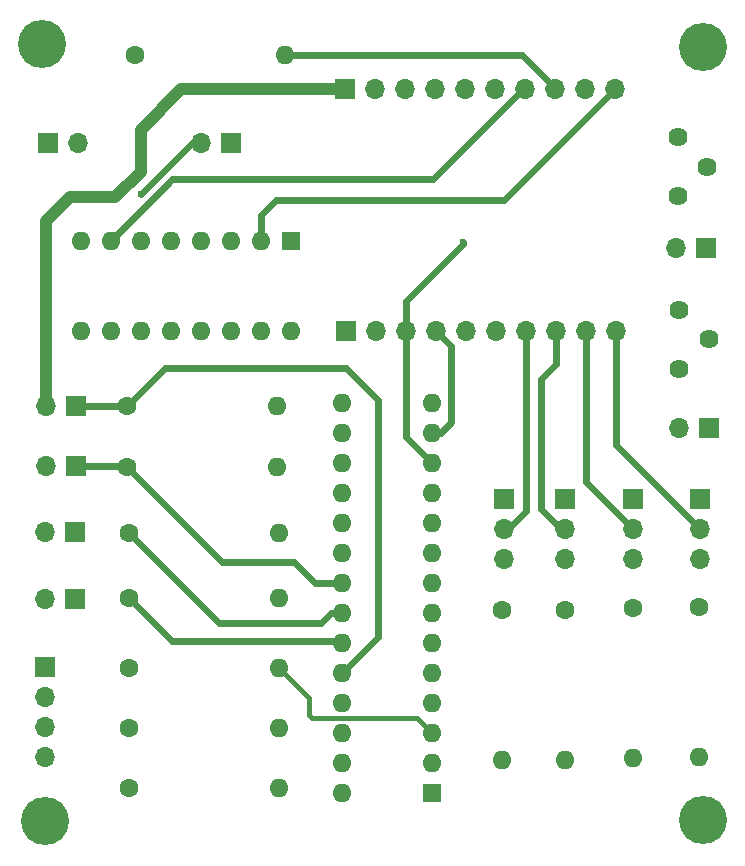
<source format=gbr>
G04 #@! TF.FileFunction,Copper,L2,Bot,Signal*
%FSLAX46Y46*%
G04 Gerber Fmt 4.6, Leading zero omitted, Abs format (unit mm)*
G04 Created by KiCad (PCBNEW 4.0.6) date Fri Jul 14 14:02:12 2017*
%MOMM*%
%LPD*%
G01*
G04 APERTURE LIST*
%ADD10C,0.100000*%
%ADD11C,4.064000*%
%ADD12R,1.700000X1.700000*%
%ADD13O,1.700000X1.700000*%
%ADD14C,1.600000*%
%ADD15O,1.600000X1.600000*%
%ADD16C,1.620000*%
%ADD17R,1.600000X1.600000*%
%ADD18C,0.600000*%
%ADD19C,1.000000*%
%ADD20C,0.600000*%
%ADD21C,0.400000*%
G04 APERTURE END LIST*
D10*
D11*
X16510000Y-82042000D03*
X72263000Y-16510000D03*
X16256000Y-16256000D03*
D12*
X16764000Y-24638000D03*
D13*
X19304000Y-24638000D03*
D12*
X16510000Y-68961000D03*
D13*
X16510000Y-71501000D03*
X16510000Y-74041000D03*
X16510000Y-76581000D03*
D12*
X41910000Y-20066000D03*
D13*
X44450000Y-20066000D03*
X46990000Y-20066000D03*
X49530000Y-20066000D03*
X52070000Y-20066000D03*
X54610000Y-20066000D03*
X57150000Y-20066000D03*
X59690000Y-20066000D03*
X62230000Y-20066000D03*
X64770000Y-20066000D03*
D12*
X42037000Y-40513000D03*
D13*
X44577000Y-40513000D03*
X47117000Y-40513000D03*
X49657000Y-40513000D03*
X52197000Y-40513000D03*
X54737000Y-40513000D03*
X57277000Y-40513000D03*
X59817000Y-40513000D03*
X62357000Y-40513000D03*
X64897000Y-40513000D03*
D12*
X32258000Y-24638000D03*
D13*
X29718000Y-24638000D03*
D12*
X72517000Y-33528000D03*
D13*
X69977000Y-33528000D03*
D12*
X72771000Y-48768000D03*
D13*
X70231000Y-48768000D03*
D14*
X55245000Y-64135000D03*
D15*
X55245000Y-76835000D03*
D14*
X60579000Y-64135000D03*
D15*
X60579000Y-76835000D03*
D14*
X66294000Y-64008000D03*
D15*
X66294000Y-76708000D03*
D14*
X71882000Y-63881000D03*
D15*
X71882000Y-76581000D03*
D14*
X24130000Y-17145000D03*
D15*
X36830000Y-17145000D03*
D14*
X23622000Y-74168000D03*
D15*
X36322000Y-74168000D03*
D14*
X23622000Y-79248000D03*
D15*
X36322000Y-79248000D03*
D14*
X23622000Y-69088000D03*
D15*
X36322000Y-69088000D03*
D16*
X70104000Y-29130000D03*
X72604000Y-26630000D03*
X70104000Y-24130000D03*
X70231000Y-43735000D03*
X72731000Y-41235000D03*
X70231000Y-38735000D03*
D12*
X55372000Y-54737000D03*
D13*
X55372000Y-57277000D03*
X55372000Y-59817000D03*
D12*
X60579000Y-54737000D03*
D13*
X60579000Y-57277000D03*
X60579000Y-59817000D03*
D12*
X66294000Y-54737000D03*
D13*
X66294000Y-57277000D03*
X66294000Y-59817000D03*
D12*
X72009000Y-54737000D03*
D13*
X72009000Y-57277000D03*
X72009000Y-59817000D03*
D12*
X19177000Y-51943000D03*
D13*
X16637000Y-51943000D03*
D12*
X19050000Y-57531000D03*
D13*
X16510000Y-57531000D03*
D12*
X19050000Y-63246000D03*
D13*
X16510000Y-63246000D03*
D12*
X19177000Y-46863000D03*
D13*
X16637000Y-46863000D03*
D17*
X37338000Y-32893000D03*
D15*
X19558000Y-40513000D03*
X34798000Y-32893000D03*
X22098000Y-40513000D03*
X32258000Y-32893000D03*
X24638000Y-40513000D03*
X29718000Y-32893000D03*
X27178000Y-40513000D03*
X27178000Y-32893000D03*
X29718000Y-40513000D03*
X24638000Y-32893000D03*
X32258000Y-40513000D03*
X22098000Y-32893000D03*
X34798000Y-40513000D03*
X19558000Y-32893000D03*
X37338000Y-40513000D03*
D17*
X49276000Y-79629000D03*
D15*
X41656000Y-46609000D03*
X49276000Y-77089000D03*
X41656000Y-49149000D03*
X49276000Y-74549000D03*
X41656000Y-51689000D03*
X49276000Y-72009000D03*
X41656000Y-54229000D03*
X49276000Y-69469000D03*
X41656000Y-56769000D03*
X49276000Y-66929000D03*
X41656000Y-59309000D03*
X49276000Y-64389000D03*
X41656000Y-61849000D03*
X49276000Y-61849000D03*
X41656000Y-64389000D03*
X49276000Y-59309000D03*
X41656000Y-66929000D03*
X49276000Y-56769000D03*
X41656000Y-69469000D03*
X49276000Y-54229000D03*
X41656000Y-72009000D03*
X49276000Y-51689000D03*
X41656000Y-74549000D03*
X49276000Y-49149000D03*
X41656000Y-77089000D03*
X49276000Y-46609000D03*
X41656000Y-79629000D03*
D14*
X23495000Y-52070000D03*
D15*
X36195000Y-52070000D03*
D14*
X23622000Y-57658000D03*
D15*
X36322000Y-57658000D03*
D14*
X23622000Y-63119000D03*
D15*
X36322000Y-63119000D03*
D14*
X23495000Y-46863000D03*
D15*
X36195000Y-46863000D03*
D11*
X72263000Y-81915000D03*
D18*
X51943000Y-33020000D03*
X24638000Y-28956000D03*
D19*
X41910000Y-20066000D02*
X28067000Y-20066000D01*
X16637000Y-31242000D02*
X16637000Y-46863000D01*
X18669000Y-29210000D02*
X16637000Y-31242000D01*
X22479000Y-29210000D02*
X18669000Y-29210000D01*
X24638000Y-27051000D02*
X22479000Y-29210000D01*
X24638000Y-23495000D02*
X24638000Y-27051000D01*
X28067000Y-20066000D02*
X24638000Y-23495000D01*
D20*
X49276000Y-49149000D02*
X50038000Y-49149000D01*
X50038000Y-49149000D02*
X50927000Y-48260000D01*
X50927000Y-48260000D02*
X50927000Y-41783000D01*
X50927000Y-41783000D02*
X49657000Y-40513000D01*
X47117000Y-40513000D02*
X47117000Y-37973000D01*
X51943000Y-33147000D02*
X51943000Y-33020000D01*
X47117000Y-37973000D02*
X51943000Y-33147000D01*
X47117000Y-40513000D02*
X47117000Y-49530000D01*
X47117000Y-49530000D02*
X49276000Y-51689000D01*
X22098000Y-32893000D02*
X27305000Y-27686000D01*
X49403000Y-27686000D02*
X57023000Y-20066000D01*
X27305000Y-27686000D02*
X49403000Y-27686000D01*
X57023000Y-20066000D02*
X57150000Y-20066000D01*
X59690000Y-20066000D02*
X59690000Y-19939000D01*
X59690000Y-19939000D02*
X56896000Y-17145000D01*
X56896000Y-17145000D02*
X36830000Y-17145000D01*
X34798000Y-32893000D02*
X34798000Y-30734000D01*
X55372000Y-29464000D02*
X64770000Y-20066000D01*
X36068000Y-29464000D02*
X55372000Y-29464000D01*
X34798000Y-30734000D02*
X36068000Y-29464000D01*
X55372000Y-57277000D02*
X55753000Y-57277000D01*
X55753000Y-57277000D02*
X57277000Y-55753000D01*
X57277000Y-55753000D02*
X57277000Y-40513000D01*
X59817000Y-40513000D02*
X59817000Y-43307000D01*
X58547000Y-55626000D02*
X60198000Y-57277000D01*
X58547000Y-44577000D02*
X58547000Y-55626000D01*
X59817000Y-43307000D02*
X58547000Y-44577000D01*
X60198000Y-57277000D02*
X60579000Y-57277000D01*
X62357000Y-40513000D02*
X62357000Y-53340000D01*
X62357000Y-53340000D02*
X66294000Y-57277000D01*
X64897000Y-40513000D02*
X64897000Y-50165000D01*
X64897000Y-50165000D02*
X72009000Y-57277000D01*
X24638000Y-28956000D02*
X28956000Y-24638000D01*
X28956000Y-24638000D02*
X29718000Y-24638000D01*
D21*
X36322000Y-69088000D02*
X38862000Y-71628000D01*
X48006000Y-73279000D02*
X49276000Y-74549000D01*
X39116000Y-73279000D02*
X48006000Y-73279000D01*
X38862000Y-73025000D02*
X39116000Y-73279000D01*
X38862000Y-71628000D02*
X38862000Y-73025000D01*
D20*
X41656000Y-61849000D02*
X39370000Y-61849000D01*
X31496000Y-60071000D02*
X23368000Y-51943000D01*
X37592000Y-60071000D02*
X31496000Y-60071000D01*
X39370000Y-61849000D02*
X37592000Y-60071000D01*
X23368000Y-51943000D02*
X19177000Y-51943000D01*
X23622000Y-57658000D02*
X31242000Y-65278000D01*
X40767000Y-64389000D02*
X41656000Y-64389000D01*
X39878000Y-65278000D02*
X40767000Y-64389000D01*
X31242000Y-65278000D02*
X39878000Y-65278000D01*
X23622000Y-63119000D02*
X27305000Y-66802000D01*
X27305000Y-66802000D02*
X41529000Y-66802000D01*
X41529000Y-66802000D02*
X41656000Y-66929000D01*
X41656000Y-69469000D02*
X44704000Y-66421000D01*
X26670000Y-43688000D02*
X23495000Y-46863000D01*
X42037000Y-43688000D02*
X26670000Y-43688000D01*
X44704000Y-46355000D02*
X42037000Y-43688000D01*
X44704000Y-66421000D02*
X44704000Y-46355000D01*
X23495000Y-46863000D02*
X19177000Y-46863000D01*
M02*

</source>
